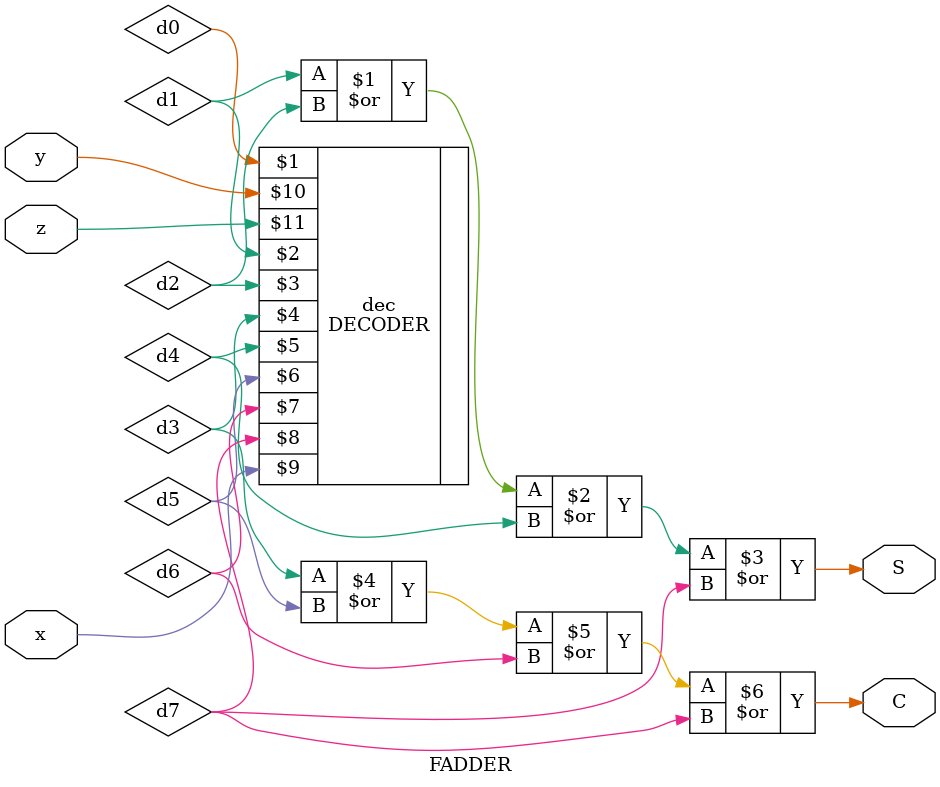
<source format=v>
`include "decoder.v"

module FADDER(S,C,x,y,z);

output S,C;
input x,y,z;

wire d0,d1,d2,d3,d4,d5,d6,d7;

DECODER dec(d0,d1,d2,d3,d4,d5,d6,d7,x,y,z);

assign S = d1 | d2 | d4 | d7;
assign C = d3 | d5 | d6 | d7;

endmodule
</source>
